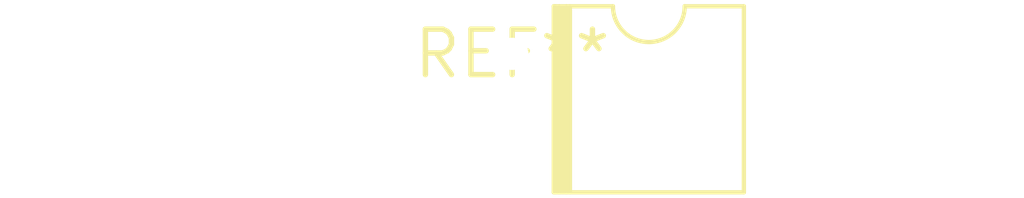
<source format=kicad_pcb>
(kicad_pcb (version 20240108) (generator pcbnew)
  (layers (0 "F.Cu" signal) (31 "B.Cu" signal) (34 "B.Paste" user) (35 "F.Paste" user) (36 "B.SilkS" user "B.Silkscreen") (37 "F.SilkS" user "F.Silkscreen") (38 "B.Mask" user) (39 "F.Mask" user) (44 "Edge.Cuts" user))
  (net 0 "")
  (footprint "Vishay_HVM-DIP-3_W7.62mm" (layer "F.Cu") (at 0 0)
    (property "Reference" "REF**")
    (property "Value" "Vishay_HVM-DIP-3_W7.62mm")
    (fp_line (start 1.16 -1.33) (end 1.16 3.87) (layer "F.SilkS") (stroke (width 0.12)))
    (fp_line (start 1.16 3.87) (end 6.46 3.87) (layer "F.SilkS") (stroke (width 0.12)))
    (fp_line (start 1.21 3.87) (end 1.21 -1.33) (layer "F.SilkS") (stroke (width 0.12)))
    (fp_line (start 1.31 -1.33) (end 1.31 3.87) (layer "F.SilkS") (stroke (width 0.12)))
    (fp_line (start 1.4 -1.3) (end 1.4 3.8) (layer "F.SilkS") (stroke (width 0.12)))
    (fp_line (start 1.51 -1.33) (end 1.51 3.87) (layer "F.SilkS") (stroke (width 0.12)))
    (fp_line (start 1.61 3.87) (end 1.61 -1.33) (layer "F.SilkS") (stroke (width 0.12)))
    (fp_line (start 2.81 -1.33) (end 1.16 -1.33) (layer "F.SilkS") (stroke (width 0.12)))
    (fp_line (start 6.46 -1.33) (end 4.81 -1.33) (layer "F.SilkS") (stroke (width 0.12)))
    (fp_line (start 6.46 3.87) (end 6.46 -1.33) (layer "F.SilkS") (stroke (width 0.12)))
    (fp_arc (start 4.81 -1.33) (mid 3.81 -0.33) (end 2.81 -1.33) (layer "F.SilkS") (stroke (width 0.12)))
    (pad "1" thru_hole rect (at 0 0) (size 1.8 1.8) (drill 0.9) (layers *.Cu *.Mask) (remove_unused_layers))
    (pad "1" thru_hole rect (at 0 2.54) (size 1.8 2.8) (drill 0.9 (offset 0 -0.5)) (layers *.Cu *.Mask) (remove_unused_layers))
    (pad "2" thru_hole oval (at 7.62 2.54) (size 1.8 1.8) (drill 0.9) (layers *.Cu *.Mask) (remove_unused_layers))
    (pad "3" thru_hole oval (at 7.62 0) (size 1.8 1.8) (drill 0.9) (layers *.Cu *.Mask) (remove_unused_layers))
  )
)
</source>
